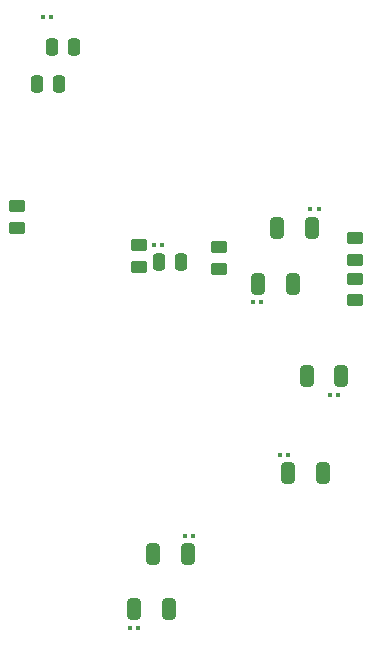
<source format=gbr>
%TF.GenerationSoftware,KiCad,Pcbnew,9.0.5-9.0.5~ubuntu24.04.1*%
%TF.CreationDate,2025-12-28T13:44:13+09:00*%
%TF.ProjectId,bdm-reverb,62646d2d-7265-4766-9572-622e6b696361,rev?*%
%TF.SameCoordinates,Original*%
%TF.FileFunction,Paste,Bot*%
%TF.FilePolarity,Positive*%
%FSLAX46Y46*%
G04 Gerber Fmt 4.6, Leading zero omitted, Abs format (unit mm)*
G04 Created by KiCad (PCBNEW 9.0.5-9.0.5~ubuntu24.04.1) date 2025-12-28 13:44:13*
%MOMM*%
%LPD*%
G01*
G04 APERTURE LIST*
G04 Aperture macros list*
%AMRoundRect*
0 Rectangle with rounded corners*
0 $1 Rounding radius*
0 $2 $3 $4 $5 $6 $7 $8 $9 X,Y pos of 4 corners*
0 Add a 4 corners polygon primitive as box body*
4,1,4,$2,$3,$4,$5,$6,$7,$8,$9,$2,$3,0*
0 Add four circle primitives for the rounded corners*
1,1,$1+$1,$2,$3*
1,1,$1+$1,$4,$5*
1,1,$1+$1,$6,$7*
1,1,$1+$1,$8,$9*
0 Add four rect primitives between the rounded corners*
20,1,$1+$1,$2,$3,$4,$5,0*
20,1,$1+$1,$4,$5,$6,$7,0*
20,1,$1+$1,$6,$7,$8,$9,0*
20,1,$1+$1,$8,$9,$2,$3,0*%
G04 Aperture macros list end*
%ADD10RoundRect,0.079500X0.079500X0.100500X-0.079500X0.100500X-0.079500X-0.100500X0.079500X-0.100500X0*%
%ADD11RoundRect,0.250000X0.325000X0.650000X-0.325000X0.650000X-0.325000X-0.650000X0.325000X-0.650000X0*%
%ADD12RoundRect,0.079500X-0.079500X-0.100500X0.079500X-0.100500X0.079500X0.100500X-0.079500X0.100500X0*%
%ADD13RoundRect,0.250000X-0.325000X-0.650000X0.325000X-0.650000X0.325000X0.650000X-0.325000X0.650000X0*%
%ADD14RoundRect,0.250000X-0.250000X-0.475000X0.250000X-0.475000X0.250000X0.475000X-0.250000X0.475000X0*%
%ADD15RoundRect,0.250000X0.450000X-0.262500X0.450000X0.262500X-0.450000X0.262500X-0.450000X-0.262500X0*%
%ADD16RoundRect,0.250000X-0.450000X0.262500X-0.450000X-0.262500X0.450000X-0.262500X0.450000X0.262500X0*%
%ADD17RoundRect,0.250000X0.250000X0.475000X-0.250000X0.475000X-0.250000X-0.475000X0.250000X-0.475000X0*%
G04 APERTURE END LIST*
D10*
%TO.C,C34*%
X218555000Y-84300000D03*
X219245000Y-84300000D03*
%TD*%
%TO.C,C33*%
X222800000Y-79200000D03*
X223490000Y-79200000D03*
%TD*%
D11*
%TO.C,C36*%
X222175000Y-85800000D03*
X219225000Y-85800000D03*
%TD*%
%TO.C,C35*%
X223750000Y-77600000D03*
X220800000Y-77600000D03*
%TD*%
%TO.C,C4*%
X209150000Y-97275000D03*
X206200000Y-97275000D03*
%TD*%
D12*
%TO.C,C16*%
X221135000Y-63475000D03*
X221825000Y-63475000D03*
%TD*%
%TO.C,C31*%
X207900000Y-66500000D03*
X208590000Y-66500000D03*
%TD*%
%TO.C,C29*%
X198455000Y-47200000D03*
X199145000Y-47200000D03*
%TD*%
D13*
%TO.C,C17*%
X216725000Y-69750000D03*
X219675000Y-69750000D03*
%TD*%
D14*
%TO.C,C32*%
X208300000Y-67900000D03*
X210200000Y-67900000D03*
%TD*%
D10*
%TO.C,C3*%
X206525000Y-98875000D03*
X205835000Y-98875000D03*
%TD*%
D15*
%TO.C,R4*%
X224925000Y-67737500D03*
X224925000Y-65912500D03*
%TD*%
D13*
%TO.C,C18*%
X218300000Y-65050000D03*
X221250000Y-65050000D03*
%TD*%
D10*
%TO.C,C1*%
X211165000Y-91125000D03*
X210475000Y-91125000D03*
%TD*%
D16*
%TO.C,R9*%
X224925000Y-69337500D03*
X224925000Y-71162500D03*
%TD*%
D17*
%TO.C,C28*%
X201150000Y-49750000D03*
X199250000Y-49750000D03*
%TD*%
D15*
%TO.C,R18*%
X206600000Y-68312500D03*
X206600000Y-66487500D03*
%TD*%
D11*
%TO.C,C2*%
X210725000Y-92650000D03*
X207775000Y-92650000D03*
%TD*%
D16*
%TO.C,R17*%
X196300000Y-63187500D03*
X196300000Y-65012500D03*
%TD*%
D12*
%TO.C,C15*%
X216285000Y-71300000D03*
X216975000Y-71300000D03*
%TD*%
D14*
%TO.C,C30*%
X197950000Y-52900000D03*
X199850000Y-52900000D03*
%TD*%
D16*
%TO.C,R8*%
X213350000Y-66662500D03*
X213350000Y-68487500D03*
%TD*%
M02*

</source>
